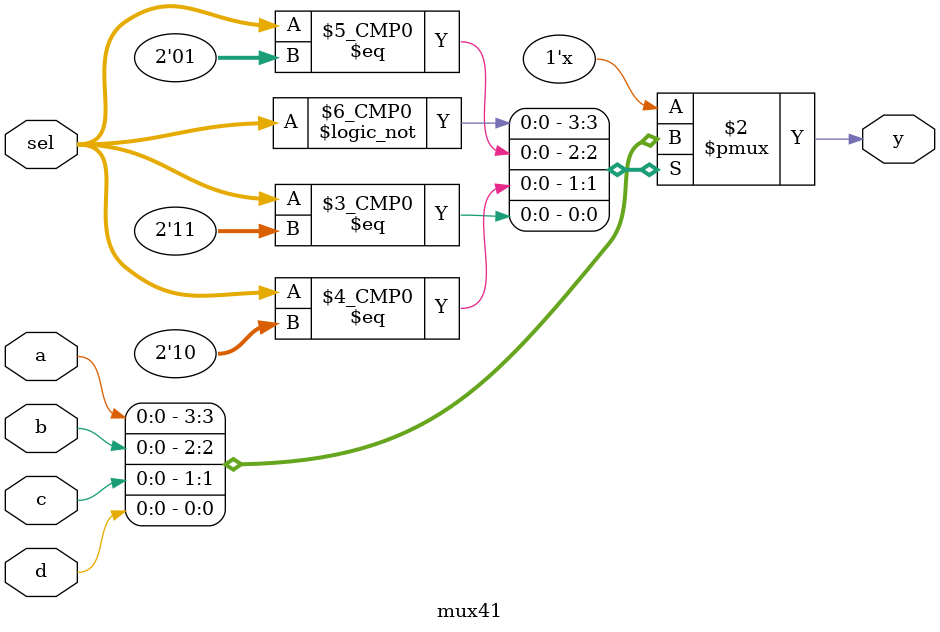
<source format=v>
`timescale 1ns / 1ps


module mux21(
    input a,b,sel,
    output reg y
    );
always@(*)
begin
    case(sel)
        1'b0: y = a;
        1'b1: y = b;
    endcase
end
endmodule

module mux41(
    input a,b,c,d,
    input [1:0] sel,
    output reg y
    );

always@(*)
begin
    case(sel)
        2'b00: y = a;
        2'b01: y = b;
        2'b10: y = c;
        2'b11: y = d;
    endcase
end
endmodule

</source>
